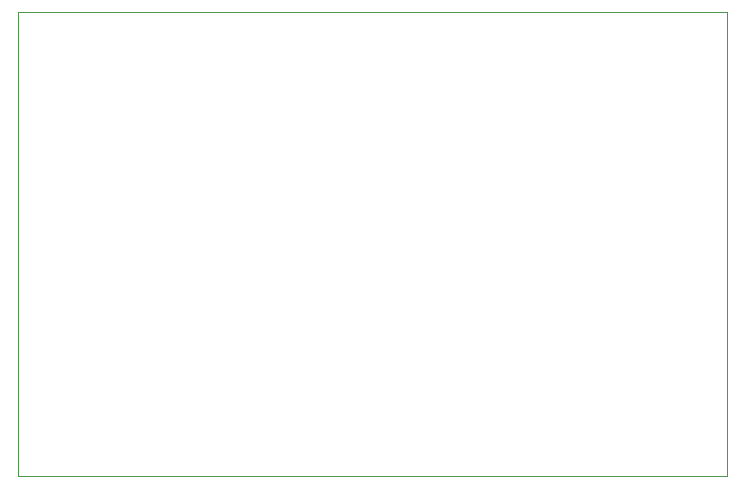
<source format=gbr>
%TF.GenerationSoftware,KiCad,Pcbnew,8.0.1*%
%TF.CreationDate,2024-09-05T21:11:39+03:00*%
%TF.ProjectId,eth-uart-breakout,6574682d-7561-4727-942d-627265616b6f,rev?*%
%TF.SameCoordinates,Original*%
%TF.FileFunction,Profile,NP*%
%FSLAX46Y46*%
G04 Gerber Fmt 4.6, Leading zero omitted, Abs format (unit mm)*
G04 Created by KiCad (PCBNEW 8.0.1) date 2024-09-05 21:11:39*
%MOMM*%
%LPD*%
G01*
G04 APERTURE LIST*
%TA.AperFunction,Profile*%
%ADD10C,0.050000*%
%TD*%
G04 APERTURE END LIST*
D10*
X51280000Y-56520000D02*
X111280000Y-56520000D01*
X111280000Y-95805000D01*
X51280000Y-95805000D01*
X51280000Y-56520000D01*
M02*

</source>
